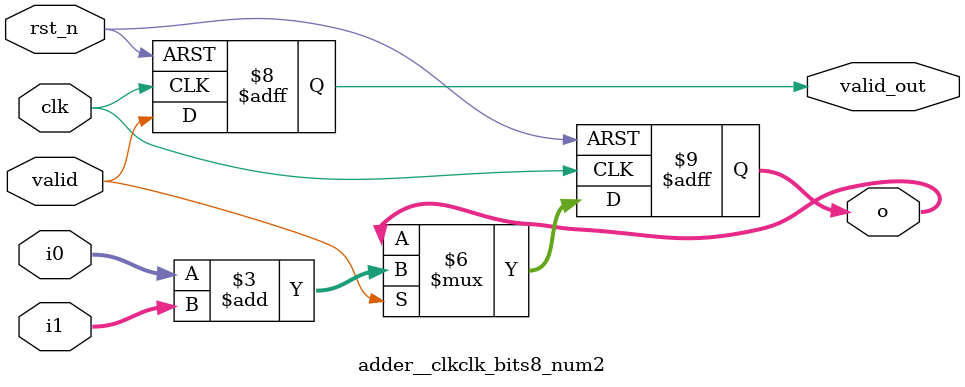
<source format=sv>
module adder__clkclk_bits8_num2 (
    input logic clk,
    input logic rst_n,
    input logic valid,
    input logic [7:0] i0,
    input logic [7:0] i1,
    output logic [7:0] o,
    output logic valid_out
);

    // adder module parameters:
    //  * clk = clk_arst() (p2v_clock) # None
    //  * bits = 8 (int) #  data width
    //  * num = 2 (int) #  number of inputs

    always_ff @(posedge clk or negedge rst_n)
        if (!rst_n) o <= 8'd0;
        else if (valid) o <= (i0 + i1);

    always_ff @(posedge clk or negedge rst_n)
        if (!rst_n) valid_out <= 1'd0;
        else valid_out <= valid;


endmodule  // adder__clkclk_bits8_num2

</source>
